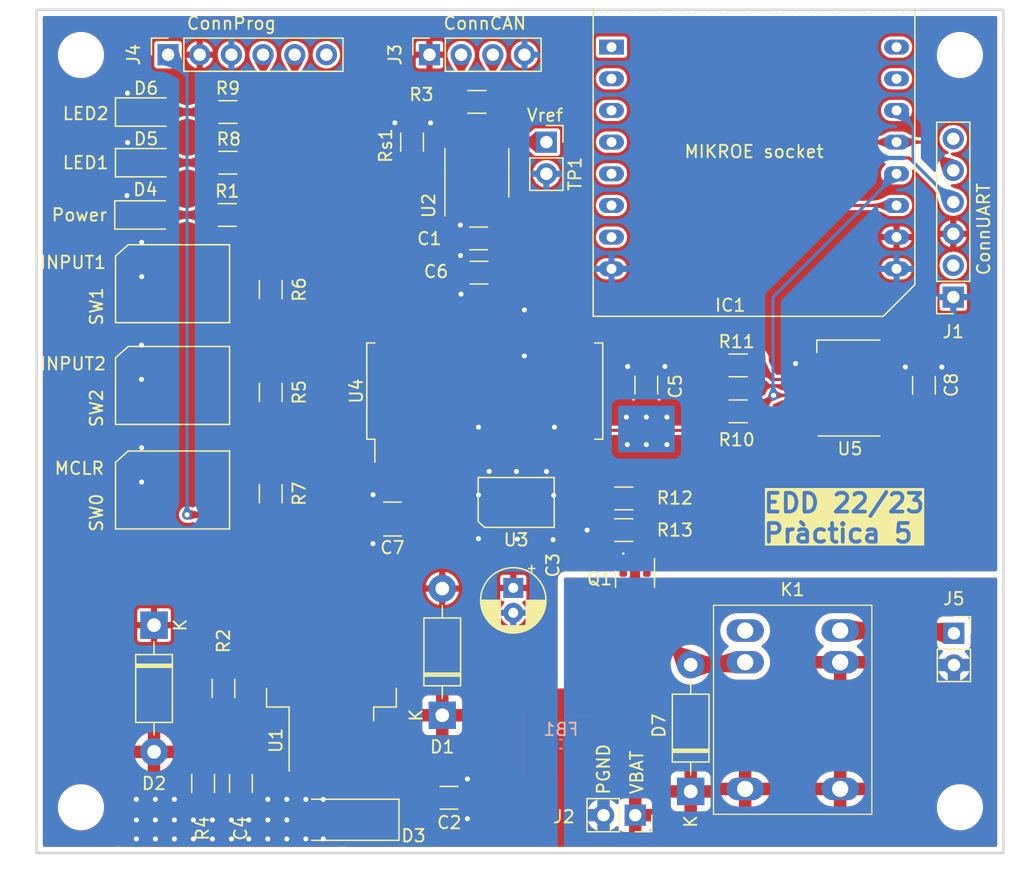
<source format=kicad_pcb>
(kicad_pcb (version 20221018) (generator pcbnew)
  (title_block (title "Placa Pràctica 5") (date "2023-04-20") (rev "V5") (company "Universitat de Barcelona") (comment 1 "J.L. Soler, J. Canals, J.D. Prades, M. López") (comment 2 "Eines de Disseny") (comment 3 "Versió Curs 2022/2023"))
  (layers (0 "F.Cu" signal) (31 "B.Cu" signal) (34 "B.Paste" user) (35 "F.Paste" user) (36 "B.SilkS" user "B.Silkscreen") (37 "F.SilkS" user "F.Silkscreen") (38 "B.Mask" user) (39 "F.Mask" user) (44 "Edge.Cuts" user))
  (net 0 "")
  (net 1 "GND")
  (net 2 "+5V")
  (net 3 "V_BAT")
  (net 4 "/vadj")
  (net 5 "Net-(D4-A)")
  (net 6 "VPP_MCLR")
  (net 7 "DATA")
  (net 8 "CLK")
  (net 10 "Net-(J3-Pin_2)")
  (net 11 "Net-(U4-Vcap)")
  (net 12 "U_TX")
  (net 13 "U_RX")
  (net 14 "MOTOR_H")
  (net 15 "I2C_CLK")
  (net 16 "I2C_DATA")
  (net 17 "/VREF")
  (net 18 "INPUT_1")
  (net 19 "INPUT_2")
  (net 20 "CLK_IN")
  (net 21 "CLK_OUT")
  (net 22 "CAN_TX")
  (net 23 "CAN_RX")
  (net 24 "Net-(D5-A)")
  (net 25 "Net-(D6-A)")
  (net 27 "V_MOTOR")
  (net 43 "GNDPWR")
  (net 53 "/LED_G")
  (net 54 "/LED_R")
  (net 55 "Net-(U2-Rs)")
  (net 56 "Net-(J3-Pin_3)")
  (net 57 "/q1_c")
  (net 58 "/q1_b")
  (footprint "Capacitor_SMD:C_1206_3216Metric" (layer "F.Cu") (at 161.544 75.36 90)
    (fp_text reference "C5")
    (fp_text value "100nF" hide)
  )
  (footprint "Diode_THT:D_DO-41_SOD81_P10.16mm_Horizontal" (layer "F.Cu") (at 165.100707 107.950707 90)
    (fp_text reference "D7")
    (fp_text value "1N4002" hide)
  )
  (footprint "Capacitor_SMD:C_1206_3216Metric" (layer "F.Cu") (at 145.718 108.458)
    (fp_text reference "C2")
    (fp_text value "100nF" hide)
  )
  (footprint "Components:Push_btn_SMD_sqr_handsoldering" (layer "F.Cu") (at 123.549286 83.852 -90)
    (fp_text reference "SW0")
    (fp_text value "SW_reset")
  )
  (footprint "Diode_SMD:D_SMA_Handsoldering" (layer "F.Cu") (at 137.2 110.224 180)
    (fp_text reference "D3")
    (fp_text value "SMAJ15-TR")
  )
  (footprint "Resistor_SMD:R_1206_3216Metric_Pad1.30x1.75mm_HandSolder" (layer "F.Cu") (at 159.74 86.995 180)
    (fp_text reference "R13")
    (fp_text value "7k6" hide)
  )
  (footprint "Resistor_SMD:R_1206_3216Metric_Pad1.30x1.75mm_HandSolder" (layer "F.Cu") (at 131.423286 75.946 -90)
    (fp_text reference "R5")
    (fp_text value "22k" hide)
  )
  (footprint "MountingHole:MountingHole_3.2mm_M3" (layer "F.Cu") (at 116.205 48.895)
    (fp_text reference "H1")
    (fp_text value "MountingHole")
  )
  (footprint "Connector_PinSocket_2.54mm:PinSocket_1x02_P2.54mm_Vertical" (layer "F.Cu") (at 160.655 109.855 -90)
    (fp_text reference "J2")
    (fp_text value "Conn_BAT")
  )
  (footprint "Resistor_SMD:R_1206_3216Metric_Pad1.30x1.75mm_HandSolder" (layer "F.Cu") (at 127.99 53.467 180)
    (fp_text reference "R9")
    (fp_text value "R?" hide)
  )
  (footprint "Connector_PinSocket_2.54mm:PinSocket_1x04_P2.54mm_Vertical" (layer "F.Cu") (at 144.155 48.87 90)
    (fp_text reference "J3")
    (fp_text value "Conn_CAN")
  )
  (footprint "Connector_PinSocket_2.54mm:PinSocket_1x02_P2.54mm_Vertical" (layer "F.Cu") (at 186.21 95.27)
    (fp_text reference "J5")
    (fp_text value "Conn_MOTOR")
  )
  (footprint "Components:mikroe_s" (layer "F.Cu") (at 170.18 57.15 -90)
    (fp_text reference "IC1")
    (fp_text value "MIKROE-2439")
  )
  (footprint "Package_SO:SOIC-8_3.9x4.9mm_P1.27mm" (layer "F.Cu") (at 147.955707 58.339293 90)
    (fp_text reference "U2")
    (fp_text value "MCP2551-I-SN" hide)
  )
  (footprint "MountingHole:MountingHole_3.2mm_M3" (layer "F.Cu") (at 186.69 48.895)
    (fp_text reference "H4")
    (fp_text value "MountingHole")
  )
  (footprint "MountingHole:MountingHole_3.2mm_M3" (layer "F.Cu") (at 186.69 109.22)
    (fp_text reference "H3")
    (fp_text value "MountingHole")
  )
  (footprint "Components:SMD_XTAL" (layer "F.Cu") (at 151.1062 84.777)
    (fp_text reference "U3")
    (fp_text value "CSTCR7M99G53-R0" hide)
  )
  (footprint "Capacitor_SMD:C_1210_3225Metric_Pad1.33x2.70mm_HandSolder" (layer "F.Cu") (at 141.1855 86.106 180)
    (fp_text reference "C7")
    (fp_text value "10uF" hide)
  )
  (footprint "Components:Push_btn_SMD_sqr_handsoldering" (layer "F.Cu") (at 123.549286 67.31 -90)
    (fp_text reference "SW1")
    (fp_text value "SW_1")
  )
  (footprint "Connector_PinSocket_2.54mm:PinSocket_1x06_P2.54mm_Vertical" (layer "F.Cu") (at 186.16 68.31 180)
    (fp_text reference "J1")
    (fp_text value "Conn_UART")
  )
  (footprint "Capacitor_SMD:C_1206_3216Metric" (layer "F.Cu") (at 183.81 75.39 90)
    (fp_text reference "C8")
    (fp_text value "100nF" hide)
  )
  (footprint "LED_SMD:LED_1206_3216Metric_Pad1.42x1.75mm_HandSolder" (layer "F.Cu") (at 121.4295 57.531)
    (fp_text reference "D5")
    (fp_text value "156120RS75000 Red" hide)
  )
  (footprint "Capacitor_SMD:C_1206_3216Metric" (layer "F.Cu") (at 148.095 63.6 180)
    (fp_text reference "C1")
    (fp_text value "100nF" hide)
  )
  (footprint "Resistor_SMD:R_1206_3216Metric_Pad1.30x1.75mm_HandSolder" (layer "F.Cu") (at 131.423286 84.074 -90)
    (fp_text reference "R7")
    (fp_text value "22k" hide)
  )
  (footprint "Sensor:SHT1x" (layer "F.Cu") (at 177.8 75.55)
    (fp_text reference "U5")
    (fp_text value "SHT1x" hide)
  )
  (footprint "Package_TO_SOT_SMD:TO-263-3_TabPin2" (layer "F.Cu") (at 136.29 96.357 90)
    (fp_text reference "U1")
    (fp_text value "LM317KTTR" hide)
  )
  (footprint "Capacitor_SMD:C_1206_3216Metric" (layer "F.Cu") (at 148.13 66.35 180)
    (fp_text reference "C6")
    (fp_text value "100nF" hide)
  )
  (footprint "LED_SMD:LED_1206_3216Metric_Pad1.42x1.75mm_HandSolder" (layer "F.Cu") (at 121.3755 61.722)
    (fp_text reference "D4")
    (fp_text value "156120VS75000 Green" hide)
  )
  (footprint "Resistor_SMD:R_1206_3216Metric_Pad1.30x1.75mm_HandSolder" (layer "F.Cu") (at 168.91 73.787)
    (fp_text reference "R11")
    (fp_text value "10K" hide)
  )
  (footprint "Components:DIP-6_300_ELL" (layer "F.Cu") (at 172.011 95.05 -90)
    (fp_text reference "K1")
    (fp_text value "SR5-12V-200-1C" hide)
  )
  (footprint "LED_SMD:LED_1206_3216Metric_Pad1.42x1.75mm_HandSolder" (layer "F.Cu") (at 121.4295 53.467)
    (fp_text reference "D6")
    (fp_text value "156120VS75000 Green" hide)
  )
  (footprint "Package_TO_SOT_SMD:SOT-23" (layer "F.Cu") (at 160.64 90.9425 -90)
    (fp_text reference "Q1")
    (fp_text value "BC817-25-QR" hide)
  )
  (footprint "Resistor_SMD:R_1206_3216Metric_Pad1.30x1.75mm_HandSolder" (layer "F.Cu") (at 127.936 61.722 180)
    (fp_text reference "R1")
    (fp_text value "R?" hide)
  )
  (footprint "Connector_PinSocket_2.54mm:PinSocket_1x06_P2.54mm_Vertical" (layer "F.Cu") (at 123.19 48.87 90)
    (fp_text reference "J4")
    (fp_text value "Conn_PROG")
  )
  (footprint "Diode_THT:D_DO-41_SOD81_P10.16mm_Horizontal" (layer "F.Cu") (at 122.066 94.615 -90)
    (fp_text reference "D2")
    (fp_text value "1N4002" hide)
  )
  (footprint "Package_SO:SOIC-28W_7.5x18.7mm_P1.27mm" (layer "F.Cu") (at 148.59 75.845 90)
    (fp_text reference "U4")
    (fp_text value "PIC18F27Q83-I/SO")
  )
  (footprint "Resistor_SMD:R_1206_3216Metric_Pad1.30x1.75mm_HandSolder" (layer "F.Cu") (at 168.91 77.47)
    (fp_text reference "R10")
    (fp_text value "10K" hide)
  )
  (footprint "Resistor_SMD:R_1206_3216Metric_Pad1.30x1.75mm_HandSolder" (layer "F.Cu") (at 126.003 107.315 -90)
    (fp_text reference "R4")
    (fp_text value "R?" hide)
  )
  (footprint "Resistor_SMD:R_1206_3216Metric_Pad1.30x1.75mm_HandSolder" (layer "F.Cu") (at 127.99 57.531 180)
    (fp_text reference "R8")
    (fp_text value "R?")
  )
  (footprint "Resistor_SMD:R_1206_3216Metric_Pad1.30x1.75mm_HandSolder" (layer "F.Cu") (at 147.9546 52.6542)
    (fp_text reference "R3")
    (fp_text value "60R" hide)
  )
  (footprint "Connector_PinSocket_2.54mm:PinSocket_1x02_P2.54mm_Vertical" (layer "F.Cu") (at 153.53 55.88)
    (fp_text reference "TP1")
    (fp_text value "TP_Vref")
  )
  (footprint "MountingHole:MountingHole_3.2mm_M3" (layer "F.Cu") (at 116.205 109.22)
    (fp_text reference "H2")
    (fp_text value "MountingHole")
  )
  (footprint "Resistor_SMD:R_1206_3216Metric_Pad1.30x1.75mm_HandSolder" (layer "F.Cu") (at 131.423286 67.7026 -90)
    (fp_text reference "R6")
    (fp_text value "22k" hide)
  )
  (footprint "Capacitor_SMD:C_1206_3216Metric" (layer "F.Cu") (at 129.032 107.315 -90)
    (fp_text reference "C4")
    (fp_text value "100nF" hide)
  )
  (footprint "Diode_THT:D_DO-41_SOD81_P10.16mm_Horizontal" (layer "F.Cu") (at 145.18 101.842 90)
    (fp_text reference "D1")
    (fp_text value "1N4002" hide)
  )
  (footprint "Components:Push_btn_SMD_sqr_handsoldering" (layer "F.Cu") (at 123.549286 75.47 -90)
    (fp_text reference "SW2")
    (fp_text value "SW_2")
  )
  (footprint "Resistor_SMD:R_1206_3216Metric_Pad1.30x1.75mm_HandSolder" (layer "F.Cu") (at 127.635 99.695 -90)
    (fp_text reference "R2")
    (fp_text value "240" hide)
  )
  (footprint "Resistor_SMD:R_1206_3216Metric_Pad1.30x1.75mm_HandSolder" (layer "F.Cu") (at 142.755 55.88 90)
    (fp_text reference "Rs1")
    (fp_text value "~")
  )
  (footprint "Capacitor_THT:CP_Radial_D5.0mm_P2.00mm" (layer "F.Cu") (at 150.876 91.627888 -90)
    (fp_text reference "C3")
    (fp_text value "1uF" hide)
  )
  (footprint "Resistor_SMD:R_1206_3216Metric_Pad1.30x1.75mm_HandSolder" (layer "F.Cu") (at 159.74 84.455 180)
    (fp_text reference "R12")
    (fp_text value "4k3" hide)
  )
  (footprint "Inductor_SMD:L_0402_1005Metric_Pad0.77x0.64mm_HandSolder" (layer "B.Cu") (at 154.686 104.15 180)
    (fp_text reference "FB1")
    (fp_text value "BLM15AX100SND")
  )
  (gr_rect (start 112.65 45.265) (end 190.178 112.895) (stroke (width 0.2)) (fill none) (layer "Edge.Cuts"))
  (gr_text "VBAT" (at 160.782 106.426 90) (layer "F.SilkS") (effects (font (size 1 1))))
  (gr_text "EDD 22/23\nPràctica 5" (at 170.815 88.12) (layer "F.SilkS" knockout) (effects (font (size 1.5 1.5) (thickness 0.3) bold) (justify left bottom)))
  (gr_text "ConnProg" (at 128.27 46.355) (layer "F.SilkS") (effects (font (size 1 1))))
  (gr_text "ConnUART" (at 188.595 62.865 90) (layer "F.SilkS") (effects (font (size 1 1))))
  (gr_text "LED1" (at 116.586 57.531) (layer "F.SilkS") (effects (font (size 1 1))))
  (gr_text "INPUT2" (at 115.57 73.66) (layer "F.SilkS") (effects (font (size 1 1))))
  (gr_text "LED2" (at 116.586 53.594) (layer "F.SilkS") (effects (font (size 1 1))))
  (gr_text "PGND" (at 158.115 106.172 90) (layer "F.SilkS") (effects (font (size 1 1))))
  (gr_text "MCLR" (at 116.078 82.042) (layer "F.SilkS") (effects (font (size 1 1))))
  (gr_text "MIKROE socket" (at 170.18 56.642) (layer "F.SilkS") (effects (font (size 1 1))))
  (gr_text "Power" (at 116.078 61.722) (layer "F.SilkS") (effects (font (size 1 1))))
  (gr_text "INPUT1" (at 115.57 65.532) (layer "F.SilkS") (effects (font (size 1 1))))
  (gr_text "Vref" (at 153.416 53.721) (layer "F.SilkS") (effects (font (size 1 1))))
  (gr_text "ConnCAN" (at 148.59 46.355) (layer "F.SilkS") (effects (font (size 1 1))))
  (segment (start 147.193 110.133) (end 147.198 110.138) (width 1.15) (layer "F.Cu") (net 1))
  (segment (start 121.046586 81.7226) (end 121.046586 83.1176) (width 1.15) (layer "F.Cu") (net 1))
  (segment (start 147.193 108.458) (end 147.193 106.953) (width 1.15) (layer "F.Cu") (net 1))
  (segment (start 121.046586 81.7226) (end 121.046586 80.4076) (width 1.15) (layer "F.Cu") (net 1))
  (segment (start 147.32 60.815) (end 147.32 61.84) (width 0.6) (layer "F.Cu") (net 1))
  (segment (start 163.034 73.87) (end 163.029 73.875) (width 1.15) (layer "F.Cu") (net 1))
  (segment (start 151.765 71.045) (end 151.765 69.342) (width 1.15) (layer "F.Cu") (net 1))
  (segment (start 185.235 73.915) (end 185.24 73.92) (width 1.15) (layer "F.Cu") (net 1))
  (segment (start 144.23 54.33) (end 144.24 54.34) (width 1.15) (layer "F.Cu") (net 1))
  (segment (start 146.655 68.042) (end 146.655 66.35) (width 1.15) (layer "F.Cu") (net 1))
  (segment (start 146.655 64.995) (end 146.64 64.98) (width 1.15) (layer "F.Cu") (net 1))
  (segment (start 147.193 106.953) (end 147.198 106.948) (width 1.15) (layer "F.Cu") (net 1))
  (segment (start 159.69 88.89) (end 159.7 88.88) (width 0.6) (layer "F.Cu") (net 1))
  (segment (start 182.325 73.915) (end 182.32 73.91) (width 1.15) (layer "F.Cu") (net 1))
  (segment (start 121.036586 73.4926) (end 121.036586 74.8876) (width 1.15) (layer "F.Cu") (net 1))
  (segment (start 183.81 73.915) (end 182.325 73.915) (width 1.15) (layer "F.Cu") (net 1))
  (segment (start 146.62 63.6) (end 146.62 62.54) (width 1.15) (layer "F.Cu") (net 1))
  (segment (start 121.046586 83.1176) (end 121.066586 83.1376) (width 1.15) (layer "F.Cu") (net 1))
  (segment (start 121.056586 65.2526) (end 121.056586 63.9376) (width 1.15) (layer "F.Cu") (net 1))
  (segment (start 156.795 86.995) (end 158.19 86.995) (width 1.15) (layer "F.Cu") (net 1))
  (segment (start 146.655 66.35) (end 146.655 67.475) (width 1.15) (layer "F.Cu") (net 1))
  (segment (start 147.193 108.458) (end 147.193 110.133) (width 1.15) (layer "F.Cu") (net 1))
  (segment (start 142.755 54.33) (end 141.38 54.33) (width 1.15) (layer "F.Cu") (net 1))
  (segment (start 142.755 54.33) (end 144.23 54.33) (width 1.15) (layer "F.Cu") (net 1))
  (segment (start 183.81 73.915) (end 185.235 73.915) (width 1.15) (layer "F.Cu") (net 1))
  (segment (start 119.942 57.531) (end 119.942 55.921) (width 1.15) (layer "F.Cu") (net 1))
  (segment (start 146.62 62.54) (end 146.63 62.53) (width 1.15) (layer "F.Cu") (net 1))
  (segment (start 146.62 63.6) (end 146.62 64.96) (width 1.15) (layer "F.Cu") (net 1))
  (segment (start 160.049 73.875) (end 161.634 73.875) (width 1.15) (layer "F.Cu") (net 1))
  (segment (start 121.036586 72.1776) (end 121.056586 72.1576) (width 1.15) (layer "F.Cu") (net 1))
  (segment (start 121.036586 74.8876) (end 121.056586 74.9076) (width 1.15) (layer "F.Cu") (net 1))
  (segment (start 146.655 67.475) (end 146.67 67.49) (width 1.15) (layer "F.Cu") (net 1))
  (segment (start 121.046586 80.4076) (end 121.066586 80.3876) (width 1.15) (layer "F.Cu") (net 1))
  (segment (start 119.942 53.467) (end 119.942 51.957) (width 1.15) (layer "F.Cu") (net 1))
  (segment (start 139.623 86.106) (end 139.623 84.166) (width 1.15) (layer "F.Cu") (net 1))
  (segment (start 121.056586 63.9376) (end 121.076586 63.9176) (width 1.15) (layer "F.Cu") (net 1))
  (segment (start 146.655 66.35) (end 146.655 64.995) (width 1.15) (layer "F.Cu") (net 1))
  (segment (start 159.69 90.005) (end 159.69 88.89) (width 0.6) (layer "F.Cu") (net 1))
  (segment (start 121.056586 65.2526) (end 121.056586 66.6476) (width 1.15) (layer "F.Cu") (net 1))
  (segment (start 119.942 51.957) (end 119.937 51.952) (width 1.15) (layer "F.Cu") (net 1))
  (segment (start 121.056586 66.6476) (end 121.076586 66.6676) (width 1.15) (layer "F.Cu") (net 1))
  (segment (start 121.036586 73.4926) (end 121.036586 72.1776) (width 1.15) (layer "F.Cu") (net 1))
  (segment (start 139.623 86.106) (end 139.623 88.076) (width 1.15) (layer "F.Cu") (net 1))
  (segment (start 173.515 73.645) (end 173.51 73.64) (width 1.15) (layer "F.Cu") (net 1))
  (segment (start 147.32 61.84) (end 146.63 62.53) (width 0.6) (layer "F.Cu") (net 1))
  (segment (start 139.623 84.166) (end 139.628 84.161) (width 1.15) (layer "F.Cu") (net 1))
  (segment (start 119.942 55.921) (end 119.947 55.916) (width 1.15) (layer "F.Cu") (net 1))
  (segment (start 146.62 64.96) (end 146.64 64.98) (width 1.15) (layer "F.Cu") (net 1))
  (segment (start 139.623 88.076) (end 139.628 88.081) (width 1.15) (layer "F.Cu") (net 1))
  (segment (start 119.888 61.722) (end 119.888 60.172) (width 1.15) (layer "F.Cu") (net 1))
  (segment (start 119.888 60.172) (end 119.893 60.167) (width 1.15) (layer "F.Cu") (net 1))
  (segment (start 163.029 73.875) (end 161.634 73.875) (width 1.15) (layer "F.Cu") (net 1))
  (segment (start 175.16 73.645) (end 173.515 73.645) (width 0.8) (layer "F.Cu") (net 1))
  (segment (start 151.765 71.045) (end 151.765 73.025) (width 1.15) (layer "F.Cu") (net 1))
  (via (at 151.2062 87.722) (size 0.8) (drill 0.4) (layers "F.Cu" "B.Cu") (net 1))
  (via (at 119.893 60.167) (size 0.8) (drill 0.4) (layers "F.Cu" "B.Cu") (net 1))
  (via (at 126.746 110.236) (size 0.8) (drill 0.4) (layers "F.Cu" "B.Cu") (net 1))
  (via (at 151.765 73.025) (size 0.8) (drill 0.4) (layers "F.Cu" "B.Cu") (net 1))
  (via (at 128.27 110.236) (size 0.8) (drill 0.4) (layers "F.Cu" "B.Cu") (net 1))
  (via (at 121.056586 74.9076) (size 0.8) (drill 0.4) (layers "F.Cu" "B.Cu") (net 1))
  (via (at 120.65 108.585) (size 0.8) (drill 0.4) (layers "F.Cu" "B.Cu") (net 1))
  (via (at 148.082 84.1756) (size 0.8) (drill 0.4) (layers "F.Cu" "B.Cu") (net 1))
  (via (at 148.941716 82.283276) (size 0.8) (drill 0.4) (layers "F.Cu" "B.Cu") (net 1))
  (via (at 132.715 110.236) (size 0.8) (drill 0.4) (layers "F.Cu" "B.Cu") (net 1))
  (via (at 154.0662 87.757) (size 0.8) (drill 0.4) (layers "F.Cu" "B.Cu") (net 1))
  (via (at 147.198 110.138) (size 0.8) (drill 0.4) (layers "F.Cu" "B.Cu") (net 1))
  (via (at 134.239 108.585) (size 0.8) (drill 0.4) (layers "F.Cu" "B.Cu") (net 1))
  (via (at 141.38 54.33) (size 0.8) (drill 0.4) (layers "F.Cu" "B.Cu") (net 1))
  (via (at 126.746 111.76) (size 0.8) (drill 0.4) (layers "F.Cu" "B.Cu") (net 1))
  (via (at 139.628 88.081) (size 0.8) (drill 0.4) (layers "F.Cu" "B.Cu") (net 1))
  (via (at 135.636 108.585) (size 0.8) (drill 0.4) (layers "F.Cu" "B.Cu") (net 1))
  (via (at 123.698 110.236) (size 0.8) (drill 0.4) (layers "F.Cu" "B.Cu") (net 1))
  (via (at 154.1162 84.212) (size 0.8) (drill 0.4) (layers "F.Cu" "B.Cu") (net 1))
  (via (at 121.076586 66.6676) (size 0.8) (drill 0.4) (layers "F.Cu" "B.Cu") (net 1))
  (via (at 146.63 62.53) (size 0.8) (drill 0.4) (layers "F.Cu" "B.Cu") (net 1))
  (via (at 148.082 78.74) (size 0.8) (drill 0.4) (layers "F.Cu" "B.Cu") (net 1))
  (via (at 146.64 64.98) (size 0.8) (drill 0.4) (layers "F.Cu" "B.Cu") (net 1))
  (via (at 151.13 82.296) (size 0.8) (drill 0.4) (layers "F.Cu" "B.Cu") (net 1))
  (via (at 173.51 73.64) (size 0.8) (drill 0.4) (layers "F.Cu" "B.Cu") (net 1))
  (via (at 148.082 87.6808) (size 0.8) (drill 0.4) (layers "F.Cu" "B.Cu") (net 1))
  (via (at 144.24 54.34) (size 0.8) (drill 0.4) (layers "F.Cu" "B.Cu") (net 1))
  (via (at 128.27 111.76) (size 0.8) (drill 0.4) (layers "F.Cu" "B.Cu") (net 1))
  (via (at 125.222 110.236) (size 0.8) (drill 0.4) (layers "F.Cu" "B.Cu") (net 1))
  (via (at 131.191 110.236) (size 0.8) (drill 0.4) (layers "F.Cu" "B.Cu") (net 1))
  (via (at 120.65 111.76) (size 0.8) (drill 0.4) (layers "F.Cu" "B.Cu") (net 1))
  (via (at 163.034 73.87) (size 0.8) (drill 0.4) (layers "F.Cu" "B.Cu") (net 1))
  (via (at 160.049 73.875) (size 0.8) (drill 0.4) (layers "F.Cu" "B.Cu") (net 1))
  (via (at 122.174 108.585) (size 0.8) (drill 0.4) (layers "F.Cu" "B.Cu") (net 1))
  (via (at 147.198 106.948) (size 0.8) (drill 0.4) (layers "F.Cu" "B.Cu") (net 1))
  (via (at 132.715 108.585) (size 0.8) (drill 0.4) (layers "F.Cu" "B.Cu") (net 1))
  (via (at 182.32 73.91) (size 0.8) (drill 0.4) (layers "F.Cu" "B.Cu") (net 1))
  (via (at 122.174 111.76) (size 0.8) (drill 0.4) (layers "F.Cu" "B.Cu") (net 1))
  (via (at 129.667 110.236) (size 0.8) (drill 0.4) (layers "F.Cu" "B.Cu") (net 1))
  (via (at 151.765 69.342) (size 0.8) (drill 0.4) (layers "F.Cu" "B.Cu") (net 1))
  (via (at 131.191 108.585) (size 0.8) (drill 0.4) (layers "F.Cu" "B.Cu") (net 1))
  (via (at 119.937 51.952) (size 0.8) (drill 0.4) (layers "F.Cu" "B.Cu") (net 1))
  (via (at 120.65 110.236) (size 0.8) (drill 0.4) (layers "F.Cu" "B.Cu") (net 1))
  (via (at 131.191 111.76) (size 0.8) (drill 0.4) (layers "F.Cu" "B.Cu") (net 1))
  (via (at 135.636 111.76) (size 0.8) (drill 0.4) (layers "F.Cu" "B.Cu") (net 1))
  (via (at 123.698 111.76) (size 0.8) (drill 0.4) (layers "F.Cu" "B.Cu") (net 1))
  (via (at 123.698 108.585) (size 0.8) (drill 0.4) (layers "F.Cu" "B.Cu") (net 1))
  (via (at 156.795 86.995) (size 0.8) (drill 0.4) (layers "F.Cu" "B.Cu") (net 1))
  (via (at 159.7 88.88) (size 0.5) (drill 0.2) (layers "F.Cu" "B.Cu") (net 1))
  (via (at 185.24 73.92) (size 0.8) (drill 0.4) (layers "F.Cu" "B.Cu") (net 1))
  (via (at 146.685 68.072) (size 0.8) (drill 0.4) (layers "F.Cu" "B.Cu") (net 1))
  (via (at 121.076586 63.9176) (size 0.8) (drill 0.4) (layers "F.Cu" "B.Cu") (net 1))
  (via (at 129.667 111.76) (size 0.8) (drill 0.4) (layers "F.Cu" "B.Cu") (net 1))
  (via (at 119.947 55.916) (size 0.8) (drill 0.4) (layers "F.Cu" "B.Cu") (net 1))
  (via (at 121.066586 80.3876) (size 0.8) (drill 0.4) (layers "F.Cu" "B.Cu") (net 1))
  (via (at 125.222 111.76) (size 0.8) (drill 0.4) (layers "F.Cu" "B.Cu") (net 1))
  (via (at 121.056586 72.1576) (size 0.8) (drill 0.4) (layers "F.Cu" "B.Cu") (net 1))
  (via (at 154.178 78.74) (size 0.8) (drill 0.4) (layers "F.Cu" "B.Cu") (net 1))
  (via (at 121.066586 83.1376) (size 0.8) (drill 0.4) (layers "F.Cu" "B.Cu") (net 1))
  (via (at 153.543 82.296) (size 0.8) (drill 0.4) (layers "F.Cu" "B.Cu") (net 1))
  (via (at 122.174 110.236) (size 0.8) (drill 0.4) (layers "F.Cu" "B.Cu") (net 1))
  (via (at 134.239 111.76) (size 0.8) (drill 0.4) (layers "F.Cu" "B.Cu") (net 1))
  (via (at 139.628 84.161) (size 0.8) (drill 0.4) (layers "F.Cu" "B.Cu") (net 1))
  (via (at 132.715 111.76) (size 0.8) (drill 0.4) (layers "F.Cu" "B.Cu") (net 1))
  (segment (start 136.29 104.007) (end 136.29 94.857) (width 1) (layer "F.Cu") (net 2))
  (via (at 160.02 80.137) (size 0.8) (drill 0.4) (layers "F.Cu" "B.Cu") (net 2))
  (via (at 159.943 77.931) (size 0.8) (drill 0.4) (layers "F.Cu" "B.Cu") (net 2))
  (via (at 163.195 80.137) (size 0.8) (drill 0.4) (layers "F.Cu" "B.Cu") (net 2))
  (via (at 161.544 77.931) (size 0.8) (drill 0.4) (layers "F.Cu" "B.Cu") (net 2))
  (via (at 163.195 77.931) (size 0.8) (drill 0.4) (layers "F.Cu" "B.Cu") (net 2))
  (via (at 161.544 80.137) (size 0.8) (drill 0.4) (layers "F.Cu" "B.Cu") (net 2))
  (segment (start 169.27 107.95) (end 169.47 107.75) (width 1.2) (layer "F.Cu") (net 3))
  (segment (start 122.863 61.722) (end 126.386 61.722) (width 0.6) (layer "F.Cu") (net 5))
  (segment (start 124.714 85.7626) (end 131.284686 85.7626) (width 0.5) (layer "F.Cu") (net 6))
  (segment (start 131.423286 85.624) (end 134.6789 85.624) (width 0.25) (layer "F.Cu") (net 6))
  (segment (start 139.6579 80.645) (end 140.335 80.645) (width 0.25) (layer "F.Cu") (net 6))
  (segment (start 134.6789 85.624) (end 139.6579 80.645) (width 0.25) (layer "F.Cu") (net 6))
  (segment (start 131.284686 85.7626) (end 131.423286 85.624) (width 0.5) (layer "F.Cu") (net 6))
  (via (at 124.714 85.7626) (size 0.8) (drill 0.4) (layers "F.Cu" "B.Cu") (net 6))
  (segment (start 124.714 50.394) (end 123.19 48.87) (width 0.25) (layer "B.Cu") (net 6))
  (segment (start 124.714 85.7626) (end 124.714 50.394) (width 0.25) (layer "B.Cu") (net 6))
  (segment (start 130.81 52.07) (end 130.81 48.87) (width 0.25) (layer "F.Cu") (net 7))
  (segment (start 140.335 61.595) (end 130.81 52.07) (width 0.25) (layer "F.Cu") (net 7))
  (segment (start 140.335 71.045) (end 140.335 61.595) (width 0.25) (layer "F.Cu") (net 7))
  (segment (start 141.605 61.087) (end 133.35 52.832) (width 0.25) (layer "F.Cu") (net 8))
  (segment (start 141.605 71.045) (end 141.605 61.087) (width 0.25) (layer "F.Cu") (net 8))
  (segment (start 133.35 48.87) (end 133.35 52.832) (width 0.25) (layer "F.Cu") (net 8))
  (segment (start 147.32 53.5696) (end 147.32 55.865) (width 0.25) (layer "F.Cu") (net 10))
  (segment (start 146.695 48.87) (end 146.695 52.3638) (width 0.25) (layer "F.Cu") (net 10))
  (segment (start 146.4046 52.6542) (end 147.32 53.5696) (width 0.25) (layer "F.Cu") (net 10))
  (segment (start 146.695 52.3638) (end 146.4046 52.6542) (width 0.25) (layer "F.Cu") (net 10))
  (segment (start 146.685 80.645) (end 146.685 84.709) (width 0.25) (layer "F.Cu") (net 11))
  (segment (start 142.748 86.106) (end 143.5988 86.106) (width 0.45) (layer "F.Cu") (net 11))
  (segment (start 146.685 84.709) (end 145.288 86.106) (width 0.25) (layer "F.Cu") (net 11))
  (segment (start 145.288 86.106) (end 142.748 86.106) (width 0.25) (layer "F.Cu") (net 11))
  (segment (start 176.53 57.15) (end 164.89 68.79) (width 0.25) (layer "F.Cu") (net 12))
  (segment (start 155.111 68.79) (end 154.305 69.596) (width 0.25) (layer "F.Cu") (net 12))
  (segment (start 154.305 69.596) (end 154.305 71.045) (width 0.25) (layer "F.Cu") (net 12))
  (segment (start 164.89 68.79) (end 155.111 68.79) (width 0.25) (layer "F.Cu") (net 12))
  (segment (start 186.16 60.69) (end 182.62 57.15) (width 0.25) (layer "F.Cu") (net 12))
  (segment (start 182.62 57.15) (end 176.53 57.15) (width 0.25) (layer "F.Cu") (net 12))
  (segment (start 181.61 53.34) (end 182.935 54.665) (width 0.25) (layer "B.Cu") (net 12))
  (segment (start 182.935 57.465) (end 186.16 60.69) (width 0.25) (layer "B.Cu") (net 12))
  (segment (start 182.935 54.665) (end 182.935 57.465) (width 0.25) (layer "B.Cu") (net 12))
  (segment (start 181.61 55.88) (end 183.89 55.88) (width 0.25) (layer "F.Cu") (net 13))
  (segment (start 153.035 69.215) (end 153.035 71.045) (width 0.25) (layer "F.Cu") (net 13))
  (segment (start 181.61 55.88) (end 176.16 55.88) (width 0.25) (layer "F.Cu") (net 13))
  (segment (start 176.16 55.88) (end 164.222 67.818) (width 0.25) (layer "F.Cu") (net 13))
  (segment (start 164.222 67.818) (end 154.432 67.818) (width 0.25) (layer "F.Cu") (net 13))
  (segment (start 183.89 55.88) (end 186.16 58.15) (width 0.25) (layer "F.Cu") (net 13))
  (segment (start 154.432 67.818) (end 153.035 69.215) (width 0.25) (layer "F.Cu") (net 13))
  (segment (start 156.718 84.455) (end 154.305 82.042) (width 0.25) (layer "F.Cu") (net 14))
  (segment (start 158.19 84.455) (end 156.718 84.455) (width 0.25) (layer "F.Cu") (net 14))
  (segment (start 154.305 82.042) (end 154.305 80.645) (width 0.25) (layer "F.Cu") (net 14))
  (segment (start 169.776 78.994) (end 157.099 78.994) (width 0.25) (layer "F.Cu") (net 15))
  (segment (start 171.745 76.185) (end 170.46 77.47) (width 0.25) (layer "F.Cu") (net 15))
  (segment (start 156.845 79.248) (end 156.845 80.645) (width 0.25) (layer "F.Cu") (net 15))
  (segment (start 171.745 76.185) (end 175.16 76.185) (width 0.25) (layer "F.Cu") (net 15))
  (segment (start 170.46 77.47) (end 170.46 78.31) (width 0.25) (layer "F.Cu") (net 15))
  (segment (start 170.46 78.31) (end 169.776 78.994) (width 0.25) (layer "F.Cu") (net 15))
  (segment (start 157.099 78.994) (end 156.845 79.248) (width 0.25) (layer "F.Cu") (net 15))
  (via (at 171.745 76.185) (size 0.8) (drill 0.4) (layers "F.Cu" "B.Cu") (net 15))
  (segment (start 171.704 68.326) (end 181.61 58.42) (width 0.25) (layer "B.Cu") (net 15))
  (segment (start 171.704 76.144) (end 171.704 68.326) (width 0.25) (layer "B.Cu") (net 15))
  (segment (start 171.745 76.185) (end 171.704 76.144) (width 0.25) (layer "B.Cu") (net 15))
  (segment (start 170.434 73.761) (end 170.46 73.787) (width 0.25) (layer "F.Cu") (net 16))
  (segment (start 177.165 60.96) (end 170.434 67.691) (width 0.25) (layer "F.Cu") (net 16))
  (segment (start 167.718 71.045) (end 170.46 73.787) (width 0.25) (layer "F.Cu") (net 16))
  (segment (start 171.588 74.915) (end 175.16 74.915) (width 0.25) (layer "F.Cu") (net 16))
  (segment (start 170.46 73.787) (end 171.588 74.915) (width 0.25) (layer "F.Cu") (net 16))
  (segment (start 170.434 67.691) (end 170.434 73.761) (width 0.25) (layer "F.Cu") (net 16))
  (segment (start 156.845 71.045) (end 167.718 71.045) (width 0.25) (layer "F.Cu") (net 16))
  (segment (start 181.61 60.96) (end 177.165 60.96) (width 0.25) (layer "F.Cu") (net 16))
  (segment (start 153.53 55.88) (end 149.875 55.88) (width 0.25) (layer "F.Cu") (net 17))
  (segment (start 149.875 55.88) (end 149.86 55.865) (width 0.25) (layer "F.Cu") (net 17))
  (segment (start 138.049 74.295) (end 133.0066 69.2526) (width 0.25) (layer "F.Cu") (net 18))
  (segment (start 147.955 79.756) (end 142.494 74.295) (width 0.25) (layer "F.Cu") (net 18))
  (segment (start 133.0066 69.2526) (end 131.423286 69.2526) (width 0.25) (layer "F.Cu") (net 18))
  (segment (start 142.494 74.295) (end 138.049 74.295) (width 0.25) (layer "F.Cu") (net 18))
  (segment (start 147.955 80.645) (end 147.955 79.756) (width 0.25) (layer "F.Cu") (net 18))
  (segment (start 131.423286 69.2526) (end 126.089286 69.2526) (width 0.5) (layer "F.Cu") (net 18))
  (segment (start 128.883286 77.5076) (end 131.411686 77.5076) (width 0.5) (layer "F.Cu") (net 19))
  (segment (start 128.883286 77.5076) (end 128.845686 77.47) (width 0.5) (layer "F.Cu") (net 19))
  (segment (start 132.868 77.47) (end 144.018 77.47) (width 0.25) (layer "F.Cu") (net 19))
  (segment (start 132.868 77.47) (end 131.449286 77.47) (width 0.25) (layer "F.Cu") (net 19))
  (segment (start 144.018 77.47) (end 145.415 78.867) (width 0.25) (layer "F.Cu") (net 19))
  (segment (start 128.845686 77.47) (end 126.089286 77.47) (width 0.5) (layer "F.Cu") (net 19))
  (segment (start 131.411686 77.5076) (end 131.449286 77.47) (width 0.5) (layer "F.Cu") (net 19))
  (segment (start 145.415 78.867) (end 145.415 80.645) (width 0.25) (layer "F.Cu") (net 19))
  (segment (start 128.556586 77.5076) (end 128.883286 77.5076) (width 0.5) (layer "F.Cu") (net 19))
  (segment (start 131.449286 77.47) (end 131.423286 77.496) (width 0.25) (layer "F.Cu") (net 19))
  (segment (start 149.6062 82.572) (end 149.6062 84.777) (width 0.25) (layer "F.Cu") (net 20))
  (segment (start 150.495 81.6832) (end 150.495 80.645) (width 0.25) (layer "F.Cu") (net 20))
  (segment (start 149.6062 82.572) (end 150.495 81.6832) (width 0.25) (layer "F.Cu") (net 20))
  (segment (start 152.6062 82.662) (end 151.765 81.8208) (width 0.25) (layer "F.Cu") (net 21))
  (segment (start 152.6062 82.662) (end 152.6062 84.777) (width 0.25) (layer "F.Cu") (net 21))
  (segment (start 151.765 81.8208) (end 151.765 80.645) (width 0.25) (layer "F.Cu") (net 21))
  (segment (start 146.685 69.977) (end 146.685 71.045) (width 0.25) (layer "F.Cu") (net 22))
  (segment (start 146.05 60.815) (end 145.4875 60.815) (width 0.25) (layer "F.Cu") (net 22))
  (segment (start 145.4875 60.815) (end 145.0868 61.2157) (width 0.25) (layer "F.Cu") (net 22))
  (segment (start 145.0868 61.2157) (end 145.0868 68.3788) (width 0.25) (layer "F.Cu") (net 22))
  (segment (start 145.0868 68.3788) (end 146.685 69.977) (width 0.25) (layer "F.Cu") (net 22))
  (segment (start 145.415 69.596) (end 145.415 71.045) (width 0.25) (layer "F.Cu") (net 23))
  (segment (start 144.4368 68.6178) (end 145.415 69.596) (width 0.25) (layer "F.Cu") (net 23))
  (segment (start 144.4368 60.0332) (end 144.4368 68.6178) (width 0.25) (layer "F.Cu") (net 23))
  (segment (start 149.225 59.055) (end 145.415 59.055) (width 0.25) (layer "F.Cu") (net 23))
  (segment (start 145.415 59.055) (end 144.4368 60.0332) (width 0.25) (layer "F.Cu") (net 23))
  (segment (start 149.86 59.69) (end 149.225 59.055) (width 0.25) (layer "F.Cu") (net 23))
  (segment (start 149.86 60.815) (end 149.86 59.69) (width 0.25) (layer "F.Cu") (net 23))
  (segment (start 122.917 57.531) (end 126.44 57.531) (width 0.6) (layer "F.Cu") (net 24))
  (segment (start 122.917 53.467) (end 126.44 53.467) (width 0.6) (layer "F.Cu") (net 25))
  (segment (start 177.09 95.05) (end 185.99 95.05) (width 1.2) (layer "F.Cu") (net 27))
  (segment (start 185.99 95.05) (end 186.21 95.27) (width 1.2) (layer "F.Cu") (net 27))
  (segment (start 142.875 72.136) (end 142.494 72.517) (width 0.25) (layer "F.Cu") (net 53))
  (segment (start 142.875 71.045) (end 142.875 72.136) (width 0.25) (layer "F.Cu") (net 53))
  (segment (start 138.176 62.103) (end 129.54 53.467) (width 0.25) (layer "F.Cu") (net 53))
  (segment (start 129.54 53.721) (end 129.54 53.467) (width 0.25) (layer "F.Cu") (net 53))
  (segment (start 139.065 72.517) (end 138.176 71.628) (width 0.25) (layer "F.Cu") (net 53))
  (segment (start 138.176 71.628) (end 138.176 62.103) (width 0.25) (layer "F.Cu") (net 53))
  (segment (start 142.494 72.517) (end 139.065 72.517) (width 0.25) (layer "F.Cu") (net 53))
  (segment (start 142.875 73.406) (end 138.557 73.406) (width 0.25) (layer "F.Cu") (net 54))
  (segment (start 137.16 72.009) (end 137.16 65.151) (width 0.25) (layer "F.Cu") (net 54))
  (segment (start 144.145 72.136) (end 142.875 73.406) (width 0.25) (layer "F.Cu") (net 54))
  (segment (start 137.16 65.151) (end 129.54 57.531) (width 0.25) (layer "F.Cu") (net 54))
  (segment (start 144.145 71.045) (end 144.145 72.136) (width 0.25) (layer "F.Cu") (net 54))
  (segment (start 138.557 73.406) (end 137.16 72.009) (width 0.25) (layer "F.Cu") (net 54))
  (segment (start 144.32 55.865) (end 142.755 57.43) (width 0.25) (layer "F.Cu") (net 55))
  (segment (start 146.05 55.865) (end 144.32 55.865) (width 0.25) (layer "F.Cu") (net 55))
  (segment (start 149.235 48.87) (end 149.235 52.3846) (width 0.25) (layer "F.Cu") (net 56))
  (segment (start 149.5046 52.6542) (end 148.59 53.5688) (width 0.25) (layer "F.Cu") (net 56))
  (segment (start 149.235 52.3846) (end 149.5046 52.6542) (width 0.25) (layer "F.Cu") (net 56))
  (segment (start 148.59 53.5688) (end 148.59 55.865) (width 0.25) (layer "F.Cu") (net 56))
  (segment (start 160.64 91.88) (end 160.64 93.33) (width 0.6) (layer "F.Cu") (net 57))
  (segment (start 160.64 93.33) (end 165.1 97.79) (width 0.6) (layer "F.Cu") (net 57))
  (segment (start 165.1 97.79) (end 169.27 97.79) (width 1.2) (layer "F.Cu") (net 57))
  (segment (start 169.27 97.79) (end 169.47 97.59) (width 0.6) (layer "F.Cu") (net 57))
  (segment (start 161.29 86.995) (end 161.29 84.455) (width 0.6) (layer "F.Cu") (net 58))
  (segment (start 161.59 90.005) (end 161.59 87.295) (width 0.6) (layer "F.Cu") (net 58))
  (segment (start 161.59 87.295) (end 161.29 86.995) (width 0.25) (layer "F.Cu") (net 58))
  (zone (net 1) (net_name "GND") (layer "F.Cu") (priority 6) (connect_pads (clearance 0)) (min_thickness 0.25) (fill yes (thermal_gap 0.5) (thermal_bridge_width 1))
    (polygon (pts (xy 136.873 107.315) (xy 136.873 113.157) (xy 119.347 113.157) (xy 119.347 107.315)))
  )
  (zone (net 4) (net_name "/vadj") (layer "F.Cu") (priority 7) (connect_pads (clearance 0)) (min_thickness 0.25) (fill yes (thermal_gap 0.5) (thermal_bridge_width 1))
    (polygon (pts (xy 135.763 99.822) (xy 135.763 107.061) (xy 119.38 107.061) (xy 119.38 99.822)))
  )
  (zone (net 1) (net_name "GND") (layer "F.Cu") (priority 2) (connect_pads yes (clearance 0.2)) (min_thickness 0.2) (fill yes (thermal_gap 0.5) (thermal_bridge_width 0.5))
    (polygon (pts (xy 147.354 78.105) (xy 154.7962 78.075) (xy 154.7962 88.362) (xy 147.354 88.3112)))
  )
  (zone (net 3) (net_name "V_BAT") (layer "F.Cu") (priority 2) (connect_pads (clearance 0.5)) (min_thickness 0.25) (fill yes (thermal_gap 0.5) (thermal_bridge_width 1))
    (polygon (pts (xy 154.94 90.805) (xy 189.865 90.805) (xy 189.865 113.03) (xy 137.16 113.157) (xy 137.16 99.695) (xy 154.94 99.695)))
  )
  (zone (net 2) (net_name "+5V") (layer "F.Cu") (priority 1) (connect_pads (clearance 0.25)) (min_thickness 0.25) (fill yes (thermal_gap 0.25) (thermal_bridge_width 0.5))
    (polygon (pts (xy 112.395 113.03) (xy 112.395 45.085) (xy 190.246 45.212) (xy 190.246 113.157)))
  )
  (zone (net 43) (net_name "GNDPWR") (layer "B.Cu") (priority 3) (connect_pads yes (clearance 0.25)) (min_thickness 0.25) (fill yes (thermal_gap 0.25) (thermal_bridge_width 0.5))
    (polygon (pts (xy 154.94 101.6) (xy 154.94 106.68) (xy 157.48 106.68) (xy 157.48 101.6)))
  )
  (zone (net 43) (net_name "GNDPWR") (layer "B.Cu") (priority 1) (connect_pads (clearance 0.5)) (min_thickness 0.25) (fill yes (thermal_gap 0.5) (thermal_bridge_width 1))
    (polygon (pts (xy 189.865 90.805) (xy 154.94 90.805) (xy 154.94 113.03) (xy 189.865 113.03)))
  )
  (zone (net 2) (net_name "+5V") (layer "B.Cu") (priority 5) (connect_pads yes (clearance 0.5)) (min_thickness 0.25) (fill yes (thermal_gap 0.5) (thermal_bridge_width 1))
    (polygon (pts (xy 159.277 77.014) (xy 163.83 77.014) (xy 163.83 80.772) (xy 159.277 80.752)))
  )
  (zone (net 1) (net_name "GND") (layer "B.Cu") (priority 3) (connect_pads yes (clearance 0.25)) (min_thickness 0.25) (fill yes (thermal_gap 0.25) (thermal_bridge_width 0.5))
    (polygon (pts (xy 151.96 101.58) (xy 151.96 106.66) (xy 154.425 106.66) (xy 154.425 101.58)))
  )
  (zone (net 1) (net_name "GND") (layer "B.Cu") (connect_pads (clearance 0.5)) (min_thickness 0.25) (fill yes (thermal_gap 0.5) (thermal_bridge_width 0.5))
    (polygon (pts (xy 190.246 113.284) (xy 112.395 113.03) (xy 112.395 45.085) (xy 190.246 45.339)))
  )
)
</source>
